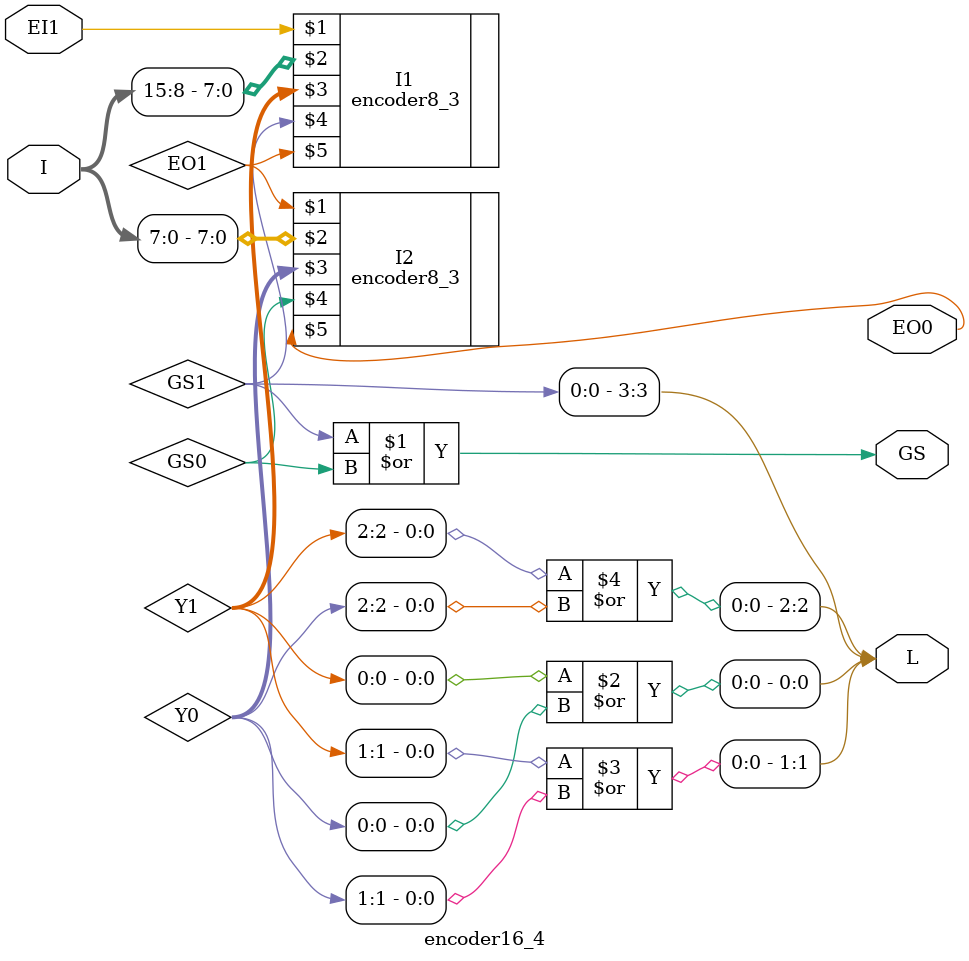
<source format=v>
module encoder16_4(EI1, I, L, GS, EO0);
    input EI1;              	// 高电平有效的输入使能端
    input [15:0] I;         	// 8个信号输入端
    output [3:0] L;				    // 3个信号输出端
    output  GS, EO0;       		// 优先编码工作状态标志GS和输出使能端EO
    wire [2:0] Y0, Y1;
    wire EO1, GS1, GS0;

    encoder8_3 I1(EI1, I[15:8], Y1, GS1, EO1);	//输入高位信号
    encoder8_3 I2(EO1, I[7:0], Y0, GS0, EO0);		//输入低位信号

    assign GS = GS1 | GS0;
    assign L[2:0] = {Y1[2] | Y0[2], Y1[1] | Y0[1], Y1[0] | Y0[0]};
    assign L[3] = GS1;
endmodule  

</source>
